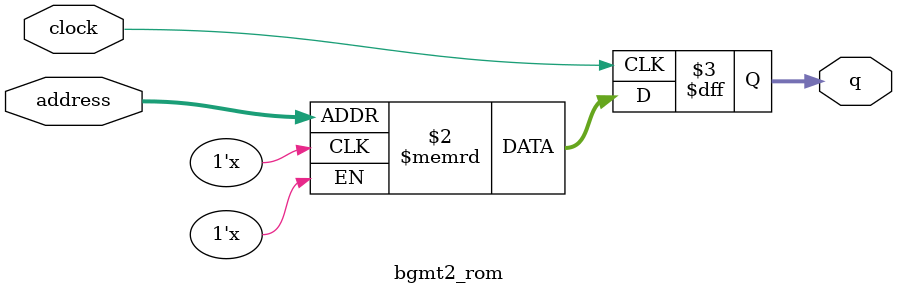
<source format=sv>
module bgmt2_rom (
	input logic clock,
	input logic [16:0] address,
	output logic [3:0] q
);

logic [3:0] memory [0:76799] /* synthesis ram_init_file = "./bgmt2/bgmt2.mif" */;

always_ff @ (posedge clock) begin
	q <= memory[address];
end

endmodule

</source>
